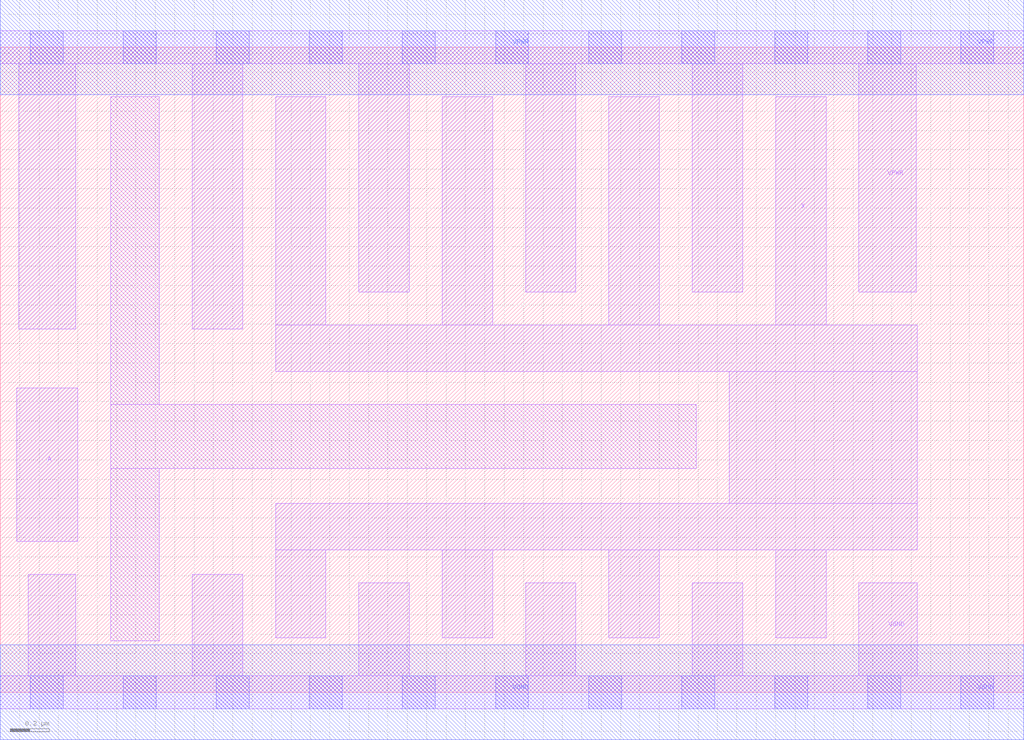
<source format=lef>
# Copyright 2020 The SkyWater PDK Authors
#
# Licensed under the Apache License, Version 2.0 (the "License");
# you may not use this file except in compliance with the License.
# You may obtain a copy of the License at
#
#     https://www.apache.org/licenses/LICENSE-2.0
#
# Unless required by applicable law or agreed to in writing, software
# distributed under the License is distributed on an "AS IS" BASIS,
# WITHOUT WARRANTIES OR CONDITIONS OF ANY KIND, either express or implied.
# See the License for the specific language governing permissions and
# limitations under the License.
#
# SPDX-License-Identifier: Apache-2.0

VERSION 5.7 ;
  NAMESCASESENSITIVE ON ;
  NOWIREEXTENSIONATPIN ON ;
  DIVIDERCHAR "/" ;
  BUSBITCHARS "[]" ;
UNITS
  DATABASE MICRONS 200 ;
END UNITS
MACRO sky130_fd_sc_lp__clkbuf_8
  CLASS CORE ;
  SOURCE USER ;
  FOREIGN sky130_fd_sc_lp__clkbuf_8 ;
  ORIGIN  0.000000  0.000000 ;
  SIZE  5.280000 BY  3.330000 ;
  SYMMETRY X Y R90 ;
  SITE unit ;
  PIN A
    ANTENNAGATEAREA  0.504000 ;
    DIRECTION INPUT ;
    USE SIGNAL ;
    PORT
      LAYER li1 ;
        RECT 0.085000 0.780000 0.400000 1.570000 ;
    END
  END A
  PIN X
    ANTENNADIFFAREA  1.881600 ;
    DIRECTION OUTPUT ;
    USE SIGNAL ;
    PORT
      LAYER li1 ;
        RECT 1.420000 0.280000 1.680000 0.735000 ;
        RECT 1.420000 0.735000 4.730000 0.975000 ;
        RECT 1.420000 1.655000 4.730000 1.895000 ;
        RECT 1.420000 1.895000 1.680000 3.075000 ;
        RECT 2.280000 0.280000 2.540000 0.735000 ;
        RECT 2.280000 1.895000 2.540000 3.075000 ;
        RECT 3.140000 0.280000 3.400000 0.735000 ;
        RECT 3.140000 1.895000 3.400000 3.075000 ;
        RECT 3.760000 0.975000 4.730000 1.655000 ;
        RECT 4.000000 0.280000 4.260000 0.735000 ;
        RECT 4.000000 1.895000 4.260000 3.075000 ;
    END
  END X
  PIN VGND
    DIRECTION INOUT ;
    USE GROUND ;
    PORT
      LAYER li1 ;
        RECT 0.000000 -0.085000 5.280000 0.085000 ;
        RECT 0.145000  0.085000 0.390000 0.610000 ;
        RECT 0.990000  0.085000 1.250000 0.610000 ;
        RECT 1.850000  0.085000 2.110000 0.565000 ;
        RECT 2.710000  0.085000 2.970000 0.565000 ;
        RECT 3.570000  0.085000 3.830000 0.565000 ;
        RECT 4.430000  0.085000 4.730000 0.565000 ;
      LAYER mcon ;
        RECT 0.155000 -0.085000 0.325000 0.085000 ;
        RECT 0.635000 -0.085000 0.805000 0.085000 ;
        RECT 1.115000 -0.085000 1.285000 0.085000 ;
        RECT 1.595000 -0.085000 1.765000 0.085000 ;
        RECT 2.075000 -0.085000 2.245000 0.085000 ;
        RECT 2.555000 -0.085000 2.725000 0.085000 ;
        RECT 3.035000 -0.085000 3.205000 0.085000 ;
        RECT 3.515000 -0.085000 3.685000 0.085000 ;
        RECT 3.995000 -0.085000 4.165000 0.085000 ;
        RECT 4.475000 -0.085000 4.645000 0.085000 ;
        RECT 4.955000 -0.085000 5.125000 0.085000 ;
      LAYER met1 ;
        RECT 0.000000 -0.245000 5.280000 0.245000 ;
    END
  END VGND
  PIN VPWR
    DIRECTION INOUT ;
    USE POWER ;
    PORT
      LAYER li1 ;
        RECT 0.000000 3.245000 5.280000 3.415000 ;
        RECT 0.095000 1.875000 0.390000 3.245000 ;
        RECT 0.990000 1.875000 1.250000 3.245000 ;
        RECT 1.850000 2.065000 2.110000 3.245000 ;
        RECT 2.710000 2.065000 2.970000 3.245000 ;
        RECT 3.570000 2.065000 3.830000 3.245000 ;
        RECT 4.430000 2.065000 4.725000 3.245000 ;
      LAYER mcon ;
        RECT 0.155000 3.245000 0.325000 3.415000 ;
        RECT 0.635000 3.245000 0.805000 3.415000 ;
        RECT 1.115000 3.245000 1.285000 3.415000 ;
        RECT 1.595000 3.245000 1.765000 3.415000 ;
        RECT 2.075000 3.245000 2.245000 3.415000 ;
        RECT 2.555000 3.245000 2.725000 3.415000 ;
        RECT 3.035000 3.245000 3.205000 3.415000 ;
        RECT 3.515000 3.245000 3.685000 3.415000 ;
        RECT 3.995000 3.245000 4.165000 3.415000 ;
        RECT 4.475000 3.245000 4.645000 3.415000 ;
        RECT 4.955000 3.245000 5.125000 3.415000 ;
      LAYER met1 ;
        RECT 0.000000 3.085000 5.280000 3.575000 ;
    END
  END VPWR
  OBS
    LAYER li1 ;
      RECT 0.570000 0.265000 0.820000 1.155000 ;
      RECT 0.570000 1.155000 3.590000 1.485000 ;
      RECT 0.570000 1.485000 0.820000 3.075000 ;
  END
END sky130_fd_sc_lp__clkbuf_8

</source>
